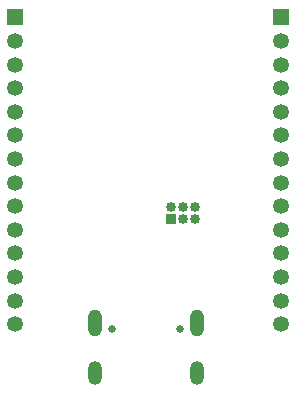
<source format=gbr>
%TF.GenerationSoftware,KiCad,Pcbnew,9.0.4*%
%TF.CreationDate,2025-12-08T21:07:13-08:00*%
%TF.ProjectId,ATmega32u4_Dev,41546d65-6761-4333-9275-345f4465762e,rev?*%
%TF.SameCoordinates,Original*%
%TF.FileFunction,Soldermask,Bot*%
%TF.FilePolarity,Negative*%
%FSLAX46Y46*%
G04 Gerber Fmt 4.6, Leading zero omitted, Abs format (unit mm)*
G04 Created by KiCad (PCBNEW 9.0.4) date 2025-12-08 21:07:13*
%MOMM*%
%LPD*%
G01*
G04 APERTURE LIST*
%ADD10R,1.350000X1.350000*%
%ADD11C,1.350000*%
%ADD12R,0.850000X0.850000*%
%ADD13C,0.850000*%
%ADD14C,0.650000*%
%ADD15O,1.204000X2.304000*%
%ADD16O,1.204000X2.004000*%
G04 APERTURE END LIST*
D10*
%TO.C,J3*%
X170250000Y-85450000D03*
D11*
X170250000Y-87450000D03*
X170250000Y-89450000D03*
X170250000Y-91450000D03*
X170250000Y-93450000D03*
X170250000Y-95450000D03*
X170250000Y-97450000D03*
X170250000Y-99450000D03*
X170250000Y-101450000D03*
X170250000Y-103450000D03*
X170250000Y-105450000D03*
X170250000Y-107450000D03*
X170250000Y-109450000D03*
X170250000Y-111450000D03*
%TD*%
D12*
%TO.C,J2*%
X160950000Y-102500000D03*
D13*
X160950000Y-101500000D03*
X161950000Y-102500000D03*
X161950000Y-101500000D03*
X162950000Y-102500000D03*
X162950000Y-101500000D03*
%TD*%
D14*
%TO.C,J1*%
X155960000Y-111870000D03*
X161740000Y-111870000D03*
D15*
X154530000Y-111370000D03*
X163170000Y-111370000D03*
D16*
X154530000Y-115550000D03*
X163170000Y-115550000D03*
%TD*%
D10*
%TO.C,J4*%
X147750000Y-85450000D03*
D11*
X147750000Y-87450000D03*
X147750000Y-89450000D03*
X147750000Y-91450000D03*
X147750000Y-93450000D03*
X147750000Y-95450000D03*
X147750000Y-97450000D03*
X147750000Y-99450000D03*
X147750000Y-101450000D03*
X147750000Y-103450000D03*
X147750000Y-105450000D03*
X147750000Y-107450000D03*
X147750000Y-109450000D03*
X147750000Y-111450000D03*
%TD*%
M02*

</source>
